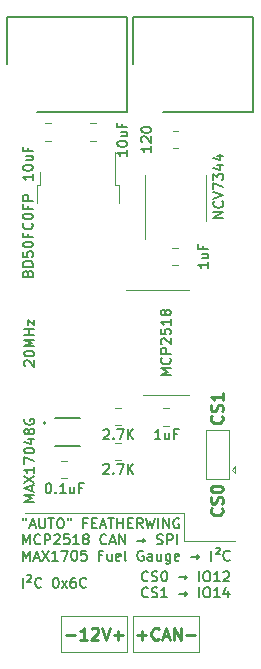
<source format=gbr>
%TF.GenerationSoftware,KiCad,Pcbnew,5.99.0-unknown-fc7f1d1d86~106~ubuntu20.04.1*%
%TF.CreationDate,2021-01-14T14:58:15+11:00*%
%TF.ProjectId,automotive-featherwing,6175746f-6d6f-4746-9976-652d66656174,rev?*%
%TF.SameCoordinates,Original*%
%TF.FileFunction,Legend,Top*%
%TF.FilePolarity,Positive*%
%FSLAX46Y46*%
G04 Gerber Fmt 4.6, Leading zero omitted, Abs format (unit mm)*
G04 Created by KiCad (PCBNEW 5.99.0-unknown-fc7f1d1d86~106~ubuntu20.04.1) date 2021-01-14 14:58:15*
%MOMM*%
%LPD*%
G01*
G04 APERTURE LIST*
%ADD10C,0.120000*%
%ADD11C,0.250000*%
%ADD12C,0.175000*%
%ADD13C,0.200000*%
%ADD14C,0.127000*%
G04 APERTURE END LIST*
D10*
X137668000Y-128016000D02*
X143256000Y-128016000D01*
X143256000Y-128016000D02*
X143256000Y-131064000D01*
X143256000Y-131064000D02*
X137668000Y-131064000D01*
X137668000Y-131064000D02*
X137668000Y-128016000D01*
X148082000Y-121666000D02*
X152400000Y-121666000D01*
X134620000Y-119253000D02*
X148082000Y-119253000D01*
X143764000Y-128016000D02*
X149352000Y-128016000D01*
X149352000Y-128016000D02*
X149352000Y-131064000D01*
X149352000Y-131064000D02*
X143764000Y-131064000D01*
X143764000Y-131064000D02*
X143764000Y-128016000D01*
X148082000Y-119253000D02*
X148082000Y-121666000D01*
D11*
X151233142Y-118843738D02*
X151280761Y-118891357D01*
X151328380Y-119034214D01*
X151328380Y-119129452D01*
X151280761Y-119272309D01*
X151185523Y-119367547D01*
X151090285Y-119415166D01*
X150899809Y-119462785D01*
X150756952Y-119462785D01*
X150566476Y-119415166D01*
X150471238Y-119367547D01*
X150376000Y-119272309D01*
X150328380Y-119129452D01*
X150328380Y-119034214D01*
X150376000Y-118891357D01*
X150423619Y-118843738D01*
X151280761Y-118462785D02*
X151328380Y-118319928D01*
X151328380Y-118081833D01*
X151280761Y-117986595D01*
X151233142Y-117938976D01*
X151137904Y-117891357D01*
X151042666Y-117891357D01*
X150947428Y-117938976D01*
X150899809Y-117986595D01*
X150852190Y-118081833D01*
X150804571Y-118272309D01*
X150756952Y-118367547D01*
X150709333Y-118415166D01*
X150614095Y-118462785D01*
X150518857Y-118462785D01*
X150423619Y-118415166D01*
X150376000Y-118367547D01*
X150328380Y-118272309D01*
X150328380Y-118034214D01*
X150376000Y-117891357D01*
X150328380Y-117272309D02*
X150328380Y-117177071D01*
X150376000Y-117081833D01*
X150423619Y-117034214D01*
X150518857Y-116986595D01*
X150709333Y-116938976D01*
X150947428Y-116938976D01*
X151137904Y-116986595D01*
X151233142Y-117034214D01*
X151280761Y-117081833D01*
X151328380Y-117177071D01*
X151328380Y-117272309D01*
X151280761Y-117367547D01*
X151233142Y-117415166D01*
X151137904Y-117462785D01*
X150947428Y-117510404D01*
X150709333Y-117510404D01*
X150518857Y-117462785D01*
X150423619Y-117415166D01*
X150376000Y-117367547D01*
X150328380Y-117272309D01*
X138081047Y-129611428D02*
X138842952Y-129611428D01*
X139842952Y-129992380D02*
X139271523Y-129992380D01*
X139557238Y-129992380D02*
X139557238Y-128992380D01*
X139462000Y-129135238D01*
X139366761Y-129230476D01*
X139271523Y-129278095D01*
X140223904Y-129087619D02*
X140271523Y-129040000D01*
X140366761Y-128992380D01*
X140604857Y-128992380D01*
X140700095Y-129040000D01*
X140747714Y-129087619D01*
X140795333Y-129182857D01*
X140795333Y-129278095D01*
X140747714Y-129420952D01*
X140176285Y-129992380D01*
X140795333Y-129992380D01*
X141081047Y-128992380D02*
X141414380Y-129992380D01*
X141747714Y-128992380D01*
X142081047Y-129611428D02*
X142842952Y-129611428D01*
X142462000Y-129992380D02*
X142462000Y-129230476D01*
X151233142Y-111041976D02*
X151280761Y-111089595D01*
X151328380Y-111232452D01*
X151328380Y-111327690D01*
X151280761Y-111470547D01*
X151185523Y-111565785D01*
X151090285Y-111613404D01*
X150899809Y-111661023D01*
X150756952Y-111661023D01*
X150566476Y-111613404D01*
X150471238Y-111565785D01*
X150376000Y-111470547D01*
X150328380Y-111327690D01*
X150328380Y-111232452D01*
X150376000Y-111089595D01*
X150423619Y-111041976D01*
X151280761Y-110661023D02*
X151328380Y-110518166D01*
X151328380Y-110280071D01*
X151280761Y-110184833D01*
X151233142Y-110137214D01*
X151137904Y-110089595D01*
X151042666Y-110089595D01*
X150947428Y-110137214D01*
X150899809Y-110184833D01*
X150852190Y-110280071D01*
X150804571Y-110470547D01*
X150756952Y-110565785D01*
X150709333Y-110613404D01*
X150614095Y-110661023D01*
X150518857Y-110661023D01*
X150423619Y-110613404D01*
X150376000Y-110565785D01*
X150328380Y-110470547D01*
X150328380Y-110232452D01*
X150376000Y-110089595D01*
X151328380Y-109137214D02*
X151328380Y-109708642D01*
X151328380Y-109422928D02*
X150328380Y-109422928D01*
X150471238Y-109518166D01*
X150566476Y-109613404D01*
X150614095Y-109708642D01*
D12*
X134428130Y-125606523D02*
X134428130Y-124756523D01*
X134792416Y-124554142D02*
X134873369Y-124513666D01*
X134994797Y-124513666D01*
X135075750Y-124554142D01*
X135116226Y-124635095D01*
X135116226Y-124716047D01*
X135075750Y-124797000D01*
X134792416Y-125080333D01*
X135116226Y-125080333D01*
X135966226Y-125525571D02*
X135925750Y-125566047D01*
X135804321Y-125606523D01*
X135723369Y-125606523D01*
X135601940Y-125566047D01*
X135520988Y-125485095D01*
X135480511Y-125404142D01*
X135440035Y-125242238D01*
X135440035Y-125120809D01*
X135480511Y-124958904D01*
X135520988Y-124877952D01*
X135601940Y-124797000D01*
X135723369Y-124756523D01*
X135804321Y-124756523D01*
X135925750Y-124797000D01*
X135966226Y-124837476D01*
X137140035Y-124756523D02*
X137220988Y-124756523D01*
X137301940Y-124797000D01*
X137342416Y-124837476D01*
X137382892Y-124918428D01*
X137423369Y-125080333D01*
X137423369Y-125282714D01*
X137382892Y-125444619D01*
X137342416Y-125525571D01*
X137301940Y-125566047D01*
X137220988Y-125606523D01*
X137140035Y-125606523D01*
X137059083Y-125566047D01*
X137018607Y-125525571D01*
X136978130Y-125444619D01*
X136937654Y-125282714D01*
X136937654Y-125080333D01*
X136978130Y-124918428D01*
X137018607Y-124837476D01*
X137059083Y-124797000D01*
X137140035Y-124756523D01*
X137706702Y-125606523D02*
X138151940Y-125039857D01*
X137706702Y-125039857D02*
X138151940Y-125606523D01*
X138840035Y-124756523D02*
X138678130Y-124756523D01*
X138597178Y-124797000D01*
X138556702Y-124837476D01*
X138475750Y-124958904D01*
X138435273Y-125120809D01*
X138435273Y-125444619D01*
X138475750Y-125525571D01*
X138516226Y-125566047D01*
X138597178Y-125606523D01*
X138759083Y-125606523D01*
X138840035Y-125566047D01*
X138880511Y-125525571D01*
X138920988Y-125444619D01*
X138920988Y-125242238D01*
X138880511Y-125161285D01*
X138840035Y-125120809D01*
X138759083Y-125080333D01*
X138597178Y-125080333D01*
X138516226Y-125120809D01*
X138475750Y-125161285D01*
X138435273Y-125242238D01*
X139770988Y-125525571D02*
X139730511Y-125566047D01*
X139609083Y-125606523D01*
X139528130Y-125606523D01*
X139406702Y-125566047D01*
X139325750Y-125485095D01*
X139285273Y-125404142D01*
X139244797Y-125242238D01*
X139244797Y-125120809D01*
X139285273Y-124958904D01*
X139325750Y-124877952D01*
X139406702Y-124797000D01*
X139528130Y-124756523D01*
X139609083Y-124756523D01*
X139730511Y-124797000D01*
X139770988Y-124837476D01*
X144989392Y-124968321D02*
X144948916Y-125008797D01*
X144827488Y-125049273D01*
X144746535Y-125049273D01*
X144625107Y-125008797D01*
X144544154Y-124927845D01*
X144503678Y-124846892D01*
X144463202Y-124684988D01*
X144463202Y-124563559D01*
X144503678Y-124401654D01*
X144544154Y-124320702D01*
X144625107Y-124239750D01*
X144746535Y-124199273D01*
X144827488Y-124199273D01*
X144948916Y-124239750D01*
X144989392Y-124280226D01*
X145313202Y-125008797D02*
X145434630Y-125049273D01*
X145637011Y-125049273D01*
X145717964Y-125008797D01*
X145758440Y-124968321D01*
X145798916Y-124887369D01*
X145798916Y-124806416D01*
X145758440Y-124725464D01*
X145717964Y-124684988D01*
X145637011Y-124644511D01*
X145475107Y-124604035D01*
X145394154Y-124563559D01*
X145353678Y-124523083D01*
X145313202Y-124442130D01*
X145313202Y-124361178D01*
X145353678Y-124280226D01*
X145394154Y-124239750D01*
X145475107Y-124199273D01*
X145677488Y-124199273D01*
X145798916Y-124239750D01*
X146325107Y-124199273D02*
X146406059Y-124199273D01*
X146487011Y-124239750D01*
X146527488Y-124280226D01*
X146567964Y-124361178D01*
X146608440Y-124523083D01*
X146608440Y-124725464D01*
X146567964Y-124887369D01*
X146527488Y-124968321D01*
X146487011Y-125008797D01*
X146406059Y-125049273D01*
X146325107Y-125049273D01*
X146244154Y-125008797D01*
X146203678Y-124968321D01*
X146163202Y-124887369D01*
X146122726Y-124725464D01*
X146122726Y-124523083D01*
X146163202Y-124361178D01*
X146203678Y-124280226D01*
X146244154Y-124239750D01*
X146325107Y-124199273D01*
X147620345Y-124725464D02*
X148267964Y-124725464D01*
X148106059Y-124887369D02*
X148267964Y-124725464D01*
X148106059Y-124563559D01*
X149320345Y-125049273D02*
X149320345Y-124199273D01*
X149887011Y-124199273D02*
X150048916Y-124199273D01*
X150129869Y-124239750D01*
X150210821Y-124320702D01*
X150251297Y-124482607D01*
X150251297Y-124765940D01*
X150210821Y-124927845D01*
X150129869Y-125008797D01*
X150048916Y-125049273D01*
X149887011Y-125049273D01*
X149806059Y-125008797D01*
X149725107Y-124927845D01*
X149684630Y-124765940D01*
X149684630Y-124482607D01*
X149725107Y-124320702D01*
X149806059Y-124239750D01*
X149887011Y-124199273D01*
X151060821Y-125049273D02*
X150575107Y-125049273D01*
X150817964Y-125049273D02*
X150817964Y-124199273D01*
X150737011Y-124320702D01*
X150656059Y-124401654D01*
X150575107Y-124442130D01*
X151384630Y-124280226D02*
X151425107Y-124239750D01*
X151506059Y-124199273D01*
X151708440Y-124199273D01*
X151789392Y-124239750D01*
X151829869Y-124280226D01*
X151870345Y-124361178D01*
X151870345Y-124442130D01*
X151829869Y-124563559D01*
X151344154Y-125049273D01*
X151870345Y-125049273D01*
X144989392Y-126336821D02*
X144948916Y-126377297D01*
X144827488Y-126417773D01*
X144746535Y-126417773D01*
X144625107Y-126377297D01*
X144544154Y-126296345D01*
X144503678Y-126215392D01*
X144463202Y-126053488D01*
X144463202Y-125932059D01*
X144503678Y-125770154D01*
X144544154Y-125689202D01*
X144625107Y-125608250D01*
X144746535Y-125567773D01*
X144827488Y-125567773D01*
X144948916Y-125608250D01*
X144989392Y-125648726D01*
X145313202Y-126377297D02*
X145434630Y-126417773D01*
X145637011Y-126417773D01*
X145717964Y-126377297D01*
X145758440Y-126336821D01*
X145798916Y-126255869D01*
X145798916Y-126174916D01*
X145758440Y-126093964D01*
X145717964Y-126053488D01*
X145637011Y-126013011D01*
X145475107Y-125972535D01*
X145394154Y-125932059D01*
X145353678Y-125891583D01*
X145313202Y-125810630D01*
X145313202Y-125729678D01*
X145353678Y-125648726D01*
X145394154Y-125608250D01*
X145475107Y-125567773D01*
X145677488Y-125567773D01*
X145798916Y-125608250D01*
X146608440Y-126417773D02*
X146122726Y-126417773D01*
X146365583Y-126417773D02*
X146365583Y-125567773D01*
X146284630Y-125689202D01*
X146203678Y-125770154D01*
X146122726Y-125810630D01*
X147620345Y-126093964D02*
X148267964Y-126093964D01*
X148106059Y-126255869D02*
X148267964Y-126093964D01*
X148106059Y-125932059D01*
X149320345Y-126417773D02*
X149320345Y-125567773D01*
X149887011Y-125567773D02*
X150048916Y-125567773D01*
X150129869Y-125608250D01*
X150210821Y-125689202D01*
X150251297Y-125851107D01*
X150251297Y-126134440D01*
X150210821Y-126296345D01*
X150129869Y-126377297D01*
X150048916Y-126417773D01*
X149887011Y-126417773D01*
X149806059Y-126377297D01*
X149725107Y-126296345D01*
X149684630Y-126134440D01*
X149684630Y-125851107D01*
X149725107Y-125689202D01*
X149806059Y-125608250D01*
X149887011Y-125567773D01*
X151060821Y-126417773D02*
X150575107Y-126417773D01*
X150817964Y-126417773D02*
X150817964Y-125567773D01*
X150737011Y-125689202D01*
X150656059Y-125770154D01*
X150575107Y-125810630D01*
X151789392Y-125851107D02*
X151789392Y-126417773D01*
X151587011Y-125527297D02*
X151384630Y-126134440D01*
X151910821Y-126134440D01*
X134387654Y-119705023D02*
X134387654Y-119866928D01*
X134711464Y-119705023D02*
X134711464Y-119866928D01*
X135035273Y-120312166D02*
X135440035Y-120312166D01*
X134954321Y-120555023D02*
X135237654Y-119705023D01*
X135520988Y-120555023D01*
X135804321Y-119705023D02*
X135804321Y-120393119D01*
X135844797Y-120474071D01*
X135885273Y-120514547D01*
X135966226Y-120555023D01*
X136128130Y-120555023D01*
X136209083Y-120514547D01*
X136249559Y-120474071D01*
X136290035Y-120393119D01*
X136290035Y-119705023D01*
X136573369Y-119705023D02*
X137059083Y-119705023D01*
X136816226Y-120555023D02*
X136816226Y-119705023D01*
X137504321Y-119705023D02*
X137666226Y-119705023D01*
X137747178Y-119745500D01*
X137828130Y-119826452D01*
X137868607Y-119988357D01*
X137868607Y-120271690D01*
X137828130Y-120433595D01*
X137747178Y-120514547D01*
X137666226Y-120555023D01*
X137504321Y-120555023D01*
X137423369Y-120514547D01*
X137342416Y-120433595D01*
X137301940Y-120271690D01*
X137301940Y-119988357D01*
X137342416Y-119826452D01*
X137423369Y-119745500D01*
X137504321Y-119705023D01*
X138192416Y-119705023D02*
X138192416Y-119866928D01*
X138516226Y-119705023D02*
X138516226Y-119866928D01*
X139811464Y-120109785D02*
X139528130Y-120109785D01*
X139528130Y-120555023D02*
X139528130Y-119705023D01*
X139932892Y-119705023D01*
X140256702Y-120109785D02*
X140540035Y-120109785D01*
X140661464Y-120555023D02*
X140256702Y-120555023D01*
X140256702Y-119705023D01*
X140661464Y-119705023D01*
X140985273Y-120312166D02*
X141390035Y-120312166D01*
X140904321Y-120555023D02*
X141187654Y-119705023D01*
X141470988Y-120555023D01*
X141632892Y-119705023D02*
X142118607Y-119705023D01*
X141875750Y-120555023D02*
X141875750Y-119705023D01*
X142401940Y-120555023D02*
X142401940Y-119705023D01*
X142401940Y-120109785D02*
X142887654Y-120109785D01*
X142887654Y-120555023D02*
X142887654Y-119705023D01*
X143292416Y-120109785D02*
X143575750Y-120109785D01*
X143697178Y-120555023D02*
X143292416Y-120555023D01*
X143292416Y-119705023D01*
X143697178Y-119705023D01*
X144547178Y-120555023D02*
X144263845Y-120150261D01*
X144061464Y-120555023D02*
X144061464Y-119705023D01*
X144385273Y-119705023D01*
X144466226Y-119745500D01*
X144506702Y-119785976D01*
X144547178Y-119866928D01*
X144547178Y-119988357D01*
X144506702Y-120069309D01*
X144466226Y-120109785D01*
X144385273Y-120150261D01*
X144061464Y-120150261D01*
X144830511Y-119705023D02*
X145032892Y-120555023D01*
X145194797Y-119947880D01*
X145356702Y-120555023D01*
X145559083Y-119705023D01*
X145882892Y-120555023D02*
X145882892Y-119705023D01*
X146287654Y-120555023D02*
X146287654Y-119705023D01*
X146773369Y-120555023D01*
X146773369Y-119705023D01*
X147623369Y-119745500D02*
X147542416Y-119705023D01*
X147420988Y-119705023D01*
X147299559Y-119745500D01*
X147218607Y-119826452D01*
X147178130Y-119907404D01*
X147137654Y-120069309D01*
X147137654Y-120190738D01*
X147178130Y-120352642D01*
X147218607Y-120433595D01*
X147299559Y-120514547D01*
X147420988Y-120555023D01*
X147501940Y-120555023D01*
X147623369Y-120514547D01*
X147663845Y-120474071D01*
X147663845Y-120190738D01*
X147501940Y-120190738D01*
X134428130Y-121923523D02*
X134428130Y-121073523D01*
X134711464Y-121680666D01*
X134994797Y-121073523D01*
X134994797Y-121923523D01*
X135885273Y-121842571D02*
X135844797Y-121883047D01*
X135723369Y-121923523D01*
X135642416Y-121923523D01*
X135520988Y-121883047D01*
X135440035Y-121802095D01*
X135399559Y-121721142D01*
X135359083Y-121559238D01*
X135359083Y-121437809D01*
X135399559Y-121275904D01*
X135440035Y-121194952D01*
X135520988Y-121114000D01*
X135642416Y-121073523D01*
X135723369Y-121073523D01*
X135844797Y-121114000D01*
X135885273Y-121154476D01*
X136249559Y-121923523D02*
X136249559Y-121073523D01*
X136573369Y-121073523D01*
X136654321Y-121114000D01*
X136694797Y-121154476D01*
X136735273Y-121235428D01*
X136735273Y-121356857D01*
X136694797Y-121437809D01*
X136654321Y-121478285D01*
X136573369Y-121518761D01*
X136249559Y-121518761D01*
X137059083Y-121154476D02*
X137099559Y-121114000D01*
X137180511Y-121073523D01*
X137382892Y-121073523D01*
X137463845Y-121114000D01*
X137504321Y-121154476D01*
X137544797Y-121235428D01*
X137544797Y-121316380D01*
X137504321Y-121437809D01*
X137018607Y-121923523D01*
X137544797Y-121923523D01*
X138313845Y-121073523D02*
X137909083Y-121073523D01*
X137868607Y-121478285D01*
X137909083Y-121437809D01*
X137990035Y-121397333D01*
X138192416Y-121397333D01*
X138273369Y-121437809D01*
X138313845Y-121478285D01*
X138354321Y-121559238D01*
X138354321Y-121761619D01*
X138313845Y-121842571D01*
X138273369Y-121883047D01*
X138192416Y-121923523D01*
X137990035Y-121923523D01*
X137909083Y-121883047D01*
X137868607Y-121842571D01*
X139163845Y-121923523D02*
X138678130Y-121923523D01*
X138920988Y-121923523D02*
X138920988Y-121073523D01*
X138840035Y-121194952D01*
X138759083Y-121275904D01*
X138678130Y-121316380D01*
X139649559Y-121437809D02*
X139568607Y-121397333D01*
X139528130Y-121356857D01*
X139487654Y-121275904D01*
X139487654Y-121235428D01*
X139528130Y-121154476D01*
X139568607Y-121114000D01*
X139649559Y-121073523D01*
X139811464Y-121073523D01*
X139892416Y-121114000D01*
X139932892Y-121154476D01*
X139973369Y-121235428D01*
X139973369Y-121275904D01*
X139932892Y-121356857D01*
X139892416Y-121397333D01*
X139811464Y-121437809D01*
X139649559Y-121437809D01*
X139568607Y-121478285D01*
X139528130Y-121518761D01*
X139487654Y-121599714D01*
X139487654Y-121761619D01*
X139528130Y-121842571D01*
X139568607Y-121883047D01*
X139649559Y-121923523D01*
X139811464Y-121923523D01*
X139892416Y-121883047D01*
X139932892Y-121842571D01*
X139973369Y-121761619D01*
X139973369Y-121599714D01*
X139932892Y-121518761D01*
X139892416Y-121478285D01*
X139811464Y-121437809D01*
X141470988Y-121842571D02*
X141430511Y-121883047D01*
X141309083Y-121923523D01*
X141228130Y-121923523D01*
X141106702Y-121883047D01*
X141025750Y-121802095D01*
X140985273Y-121721142D01*
X140944797Y-121559238D01*
X140944797Y-121437809D01*
X140985273Y-121275904D01*
X141025750Y-121194952D01*
X141106702Y-121114000D01*
X141228130Y-121073523D01*
X141309083Y-121073523D01*
X141430511Y-121114000D01*
X141470988Y-121154476D01*
X141794797Y-121680666D02*
X142199559Y-121680666D01*
X141713845Y-121923523D02*
X141997178Y-121073523D01*
X142280511Y-121923523D01*
X142563845Y-121923523D02*
X142563845Y-121073523D01*
X143049559Y-121923523D01*
X143049559Y-121073523D01*
X144101940Y-121599714D02*
X144749559Y-121599714D01*
X144587654Y-121761619D02*
X144749559Y-121599714D01*
X144587654Y-121437809D01*
X145761464Y-121883047D02*
X145882892Y-121923523D01*
X146085273Y-121923523D01*
X146166226Y-121883047D01*
X146206702Y-121842571D01*
X146247178Y-121761619D01*
X146247178Y-121680666D01*
X146206702Y-121599714D01*
X146166226Y-121559238D01*
X146085273Y-121518761D01*
X145923369Y-121478285D01*
X145842416Y-121437809D01*
X145801940Y-121397333D01*
X145761464Y-121316380D01*
X145761464Y-121235428D01*
X145801940Y-121154476D01*
X145842416Y-121114000D01*
X145923369Y-121073523D01*
X146125750Y-121073523D01*
X146247178Y-121114000D01*
X146611464Y-121923523D02*
X146611464Y-121073523D01*
X146935273Y-121073523D01*
X147016226Y-121114000D01*
X147056702Y-121154476D01*
X147097178Y-121235428D01*
X147097178Y-121356857D01*
X147056702Y-121437809D01*
X147016226Y-121478285D01*
X146935273Y-121518761D01*
X146611464Y-121518761D01*
X147461464Y-121923523D02*
X147461464Y-121073523D01*
X134428130Y-123292023D02*
X134428130Y-122442023D01*
X134711464Y-123049166D01*
X134994797Y-122442023D01*
X134994797Y-123292023D01*
X135359083Y-123049166D02*
X135763845Y-123049166D01*
X135278130Y-123292023D02*
X135561464Y-122442023D01*
X135844797Y-123292023D01*
X136047178Y-122442023D02*
X136613845Y-123292023D01*
X136613845Y-122442023D02*
X136047178Y-123292023D01*
X137382892Y-123292023D02*
X136897178Y-123292023D01*
X137140035Y-123292023D02*
X137140035Y-122442023D01*
X137059083Y-122563452D01*
X136978130Y-122644404D01*
X136897178Y-122684880D01*
X137666226Y-122442023D02*
X138232892Y-122442023D01*
X137868607Y-123292023D01*
X138718607Y-122442023D02*
X138799559Y-122442023D01*
X138880511Y-122482500D01*
X138920988Y-122522976D01*
X138961464Y-122603928D01*
X139001940Y-122765833D01*
X139001940Y-122968214D01*
X138961464Y-123130119D01*
X138920988Y-123211071D01*
X138880511Y-123251547D01*
X138799559Y-123292023D01*
X138718607Y-123292023D01*
X138637654Y-123251547D01*
X138597178Y-123211071D01*
X138556702Y-123130119D01*
X138516226Y-122968214D01*
X138516226Y-122765833D01*
X138556702Y-122603928D01*
X138597178Y-122522976D01*
X138637654Y-122482500D01*
X138718607Y-122442023D01*
X139770988Y-122442023D02*
X139366226Y-122442023D01*
X139325750Y-122846785D01*
X139366226Y-122806309D01*
X139447178Y-122765833D01*
X139649559Y-122765833D01*
X139730511Y-122806309D01*
X139770988Y-122846785D01*
X139811464Y-122927738D01*
X139811464Y-123130119D01*
X139770988Y-123211071D01*
X139730511Y-123251547D01*
X139649559Y-123292023D01*
X139447178Y-123292023D01*
X139366226Y-123251547D01*
X139325750Y-123211071D01*
X141106702Y-122846785D02*
X140823369Y-122846785D01*
X140823369Y-123292023D02*
X140823369Y-122442023D01*
X141228130Y-122442023D01*
X141916226Y-122725357D02*
X141916226Y-123292023D01*
X141551940Y-122725357D02*
X141551940Y-123170595D01*
X141592416Y-123251547D01*
X141673369Y-123292023D01*
X141794797Y-123292023D01*
X141875750Y-123251547D01*
X141916226Y-123211071D01*
X142644797Y-123251547D02*
X142563845Y-123292023D01*
X142401940Y-123292023D01*
X142320988Y-123251547D01*
X142280511Y-123170595D01*
X142280511Y-122846785D01*
X142320988Y-122765833D01*
X142401940Y-122725357D01*
X142563845Y-122725357D01*
X142644797Y-122765833D01*
X142685273Y-122846785D01*
X142685273Y-122927738D01*
X142280511Y-123008690D01*
X143170988Y-123292023D02*
X143090035Y-123251547D01*
X143049559Y-123170595D01*
X143049559Y-122442023D01*
X144587654Y-122482500D02*
X144506702Y-122442023D01*
X144385273Y-122442023D01*
X144263845Y-122482500D01*
X144182892Y-122563452D01*
X144142416Y-122644404D01*
X144101940Y-122806309D01*
X144101940Y-122927738D01*
X144142416Y-123089642D01*
X144182892Y-123170595D01*
X144263845Y-123251547D01*
X144385273Y-123292023D01*
X144466226Y-123292023D01*
X144587654Y-123251547D01*
X144628130Y-123211071D01*
X144628130Y-122927738D01*
X144466226Y-122927738D01*
X145356702Y-123292023D02*
X145356702Y-122846785D01*
X145316226Y-122765833D01*
X145235273Y-122725357D01*
X145073369Y-122725357D01*
X144992416Y-122765833D01*
X145356702Y-123251547D02*
X145275750Y-123292023D01*
X145073369Y-123292023D01*
X144992416Y-123251547D01*
X144951940Y-123170595D01*
X144951940Y-123089642D01*
X144992416Y-123008690D01*
X145073369Y-122968214D01*
X145275750Y-122968214D01*
X145356702Y-122927738D01*
X146125750Y-122725357D02*
X146125750Y-123292023D01*
X145761464Y-122725357D02*
X145761464Y-123170595D01*
X145801940Y-123251547D01*
X145882892Y-123292023D01*
X146004321Y-123292023D01*
X146085273Y-123251547D01*
X146125750Y-123211071D01*
X146894797Y-122725357D02*
X146894797Y-123413452D01*
X146854321Y-123494404D01*
X146813845Y-123534880D01*
X146732892Y-123575357D01*
X146611464Y-123575357D01*
X146530511Y-123534880D01*
X146894797Y-123251547D02*
X146813845Y-123292023D01*
X146651940Y-123292023D01*
X146570988Y-123251547D01*
X146530511Y-123211071D01*
X146490035Y-123130119D01*
X146490035Y-122887261D01*
X146530511Y-122806309D01*
X146570988Y-122765833D01*
X146651940Y-122725357D01*
X146813845Y-122725357D01*
X146894797Y-122765833D01*
X147623369Y-123251547D02*
X147542416Y-123292023D01*
X147380511Y-123292023D01*
X147299559Y-123251547D01*
X147259083Y-123170595D01*
X147259083Y-122846785D01*
X147299559Y-122765833D01*
X147380511Y-122725357D01*
X147542416Y-122725357D01*
X147623369Y-122765833D01*
X147663845Y-122846785D01*
X147663845Y-122927738D01*
X147259083Y-123008690D01*
X148675750Y-122968214D02*
X149323369Y-122968214D01*
X149161464Y-123130119D02*
X149323369Y-122968214D01*
X149161464Y-122806309D01*
X150375750Y-123292023D02*
X150375750Y-122442023D01*
X150740035Y-122239642D02*
X150820988Y-122199166D01*
X150942416Y-122199166D01*
X151023369Y-122239642D01*
X151063845Y-122320595D01*
X151063845Y-122401547D01*
X151023369Y-122482500D01*
X150740035Y-122765833D01*
X151063845Y-122765833D01*
X151913845Y-123211071D02*
X151873369Y-123251547D01*
X151751940Y-123292023D01*
X151670988Y-123292023D01*
X151549559Y-123251547D01*
X151468607Y-123170595D01*
X151428130Y-123089642D01*
X151387654Y-122927738D01*
X151387654Y-122806309D01*
X151428130Y-122644404D01*
X151468607Y-122563452D01*
X151549559Y-122482500D01*
X151670988Y-122442023D01*
X151751940Y-122442023D01*
X151873369Y-122482500D01*
X151913845Y-122522976D01*
D11*
X144105619Y-129611428D02*
X144867523Y-129611428D01*
X144486571Y-129992380D02*
X144486571Y-129230476D01*
X145915142Y-129897142D02*
X145867523Y-129944761D01*
X145724666Y-129992380D01*
X145629428Y-129992380D01*
X145486571Y-129944761D01*
X145391333Y-129849523D01*
X145343714Y-129754285D01*
X145296095Y-129563809D01*
X145296095Y-129420952D01*
X145343714Y-129230476D01*
X145391333Y-129135238D01*
X145486571Y-129040000D01*
X145629428Y-128992380D01*
X145724666Y-128992380D01*
X145867523Y-129040000D01*
X145915142Y-129087619D01*
X146296095Y-129706666D02*
X146772285Y-129706666D01*
X146200857Y-129992380D02*
X146534190Y-128992380D01*
X146867523Y-129992380D01*
X147200857Y-129992380D02*
X147200857Y-128992380D01*
X147772285Y-129992380D01*
X147772285Y-128992380D01*
X148248476Y-129611428D02*
X149010380Y-129611428D01*
D12*
%TO.C,IC1*%
X134813285Y-98968535D02*
X134853761Y-98847107D01*
X134894238Y-98806630D01*
X134975190Y-98766154D01*
X135096619Y-98766154D01*
X135177571Y-98806630D01*
X135218047Y-98847107D01*
X135258523Y-98928059D01*
X135258523Y-99251869D01*
X134408523Y-99251869D01*
X134408523Y-98968535D01*
X134449000Y-98887583D01*
X134489476Y-98847107D01*
X134570428Y-98806630D01*
X134651380Y-98806630D01*
X134732333Y-98847107D01*
X134772809Y-98887583D01*
X134813285Y-98968535D01*
X134813285Y-99251869D01*
X135258523Y-98401869D02*
X134408523Y-98401869D01*
X134408523Y-98199488D01*
X134449000Y-98078059D01*
X134529952Y-97997107D01*
X134610904Y-97956630D01*
X134772809Y-97916154D01*
X134894238Y-97916154D01*
X135056142Y-97956630D01*
X135137095Y-97997107D01*
X135218047Y-98078059D01*
X135258523Y-98199488D01*
X135258523Y-98401869D01*
X134408523Y-97147107D02*
X134408523Y-97551869D01*
X134813285Y-97592345D01*
X134772809Y-97551869D01*
X134732333Y-97470916D01*
X134732333Y-97268535D01*
X134772809Y-97187583D01*
X134813285Y-97147107D01*
X134894238Y-97106630D01*
X135096619Y-97106630D01*
X135177571Y-97147107D01*
X135218047Y-97187583D01*
X135258523Y-97268535D01*
X135258523Y-97470916D01*
X135218047Y-97551869D01*
X135177571Y-97592345D01*
X134408523Y-96580440D02*
X134408523Y-96499488D01*
X134449000Y-96418535D01*
X134489476Y-96378059D01*
X134570428Y-96337583D01*
X134732333Y-96297107D01*
X134934714Y-96297107D01*
X135096619Y-96337583D01*
X135177571Y-96378059D01*
X135218047Y-96418535D01*
X135258523Y-96499488D01*
X135258523Y-96580440D01*
X135218047Y-96661392D01*
X135177571Y-96701869D01*
X135096619Y-96742345D01*
X134934714Y-96782821D01*
X134732333Y-96782821D01*
X134570428Y-96742345D01*
X134489476Y-96701869D01*
X134449000Y-96661392D01*
X134408523Y-96580440D01*
X134813285Y-95649488D02*
X134813285Y-95932821D01*
X135258523Y-95932821D02*
X134408523Y-95932821D01*
X134408523Y-95528059D01*
X135177571Y-94718535D02*
X135218047Y-94759011D01*
X135258523Y-94880440D01*
X135258523Y-94961392D01*
X135218047Y-95082821D01*
X135137095Y-95163773D01*
X135056142Y-95204250D01*
X134894238Y-95244726D01*
X134772809Y-95244726D01*
X134610904Y-95204250D01*
X134529952Y-95163773D01*
X134449000Y-95082821D01*
X134408523Y-94961392D01*
X134408523Y-94880440D01*
X134449000Y-94759011D01*
X134489476Y-94718535D01*
X134408523Y-94192345D02*
X134408523Y-94111392D01*
X134449000Y-94030440D01*
X134489476Y-93989964D01*
X134570428Y-93949488D01*
X134732333Y-93909011D01*
X134934714Y-93909011D01*
X135096619Y-93949488D01*
X135177571Y-93989964D01*
X135218047Y-94030440D01*
X135258523Y-94111392D01*
X135258523Y-94192345D01*
X135218047Y-94273297D01*
X135177571Y-94313773D01*
X135096619Y-94354250D01*
X134934714Y-94394726D01*
X134732333Y-94394726D01*
X134570428Y-94354250D01*
X134489476Y-94313773D01*
X134449000Y-94273297D01*
X134408523Y-94192345D01*
X134813285Y-93261392D02*
X134813285Y-93544726D01*
X135258523Y-93544726D02*
X134408523Y-93544726D01*
X134408523Y-93139964D01*
X135258523Y-92816154D02*
X134408523Y-92816154D01*
X134408523Y-92492345D01*
X134449000Y-92411392D01*
X134489476Y-92370916D01*
X134570428Y-92330440D01*
X134691857Y-92330440D01*
X134772809Y-92370916D01*
X134813285Y-92411392D01*
X134853761Y-92492345D01*
X134853761Y-92816154D01*
%TO.C,C3*%
X135258523Y-90593797D02*
X135258523Y-91079511D01*
X135258523Y-90836654D02*
X134408523Y-90836654D01*
X134529952Y-90917607D01*
X134610904Y-90998559D01*
X134651380Y-91079511D01*
X134408523Y-90067607D02*
X134408523Y-89986654D01*
X134449000Y-89905702D01*
X134489476Y-89865226D01*
X134570428Y-89824750D01*
X134732333Y-89784273D01*
X134934714Y-89784273D01*
X135096619Y-89824750D01*
X135177571Y-89865226D01*
X135218047Y-89905702D01*
X135258523Y-89986654D01*
X135258523Y-90067607D01*
X135218047Y-90148559D01*
X135177571Y-90189035D01*
X135096619Y-90229511D01*
X134934714Y-90269988D01*
X134732333Y-90269988D01*
X134570428Y-90229511D01*
X134489476Y-90189035D01*
X134449000Y-90148559D01*
X134408523Y-90067607D01*
X134691857Y-89055702D02*
X135258523Y-89055702D01*
X134691857Y-89419988D02*
X135137095Y-89419988D01*
X135218047Y-89379511D01*
X135258523Y-89298559D01*
X135258523Y-89177130D01*
X135218047Y-89096178D01*
X135177571Y-89055702D01*
X134813285Y-88367607D02*
X134813285Y-88650940D01*
X135258523Y-88650940D02*
X134408523Y-88650940D01*
X134408523Y-88246178D01*
%TO.C,C5*%
X150117523Y-98041952D02*
X150117523Y-98527666D01*
X150117523Y-98284809D02*
X149267523Y-98284809D01*
X149388952Y-98365761D01*
X149469904Y-98446714D01*
X149510380Y-98527666D01*
X149550857Y-97313380D02*
X150117523Y-97313380D01*
X149550857Y-97677666D02*
X149996095Y-97677666D01*
X150077047Y-97637190D01*
X150117523Y-97556238D01*
X150117523Y-97434809D01*
X150077047Y-97353857D01*
X150036571Y-97313380D01*
X149672285Y-96625285D02*
X149672285Y-96908619D01*
X150117523Y-96908619D02*
X149267523Y-96908619D01*
X149267523Y-96503857D01*
%TO.C,R1*%
X145291523Y-88196666D02*
X145291523Y-88682380D01*
X145291523Y-88439523D02*
X144441523Y-88439523D01*
X144562952Y-88520476D01*
X144643904Y-88601428D01*
X144684380Y-88682380D01*
X144522476Y-87872857D02*
X144482000Y-87832380D01*
X144441523Y-87751428D01*
X144441523Y-87549047D01*
X144482000Y-87468095D01*
X144522476Y-87427619D01*
X144603428Y-87387142D01*
X144684380Y-87387142D01*
X144805809Y-87427619D01*
X145291523Y-87913333D01*
X145291523Y-87387142D01*
X144441523Y-86860952D02*
X144441523Y-86780000D01*
X144482000Y-86699047D01*
X144522476Y-86658571D01*
X144603428Y-86618095D01*
X144765333Y-86577619D01*
X144967714Y-86577619D01*
X145129619Y-86618095D01*
X145210571Y-86658571D01*
X145251047Y-86699047D01*
X145291523Y-86780000D01*
X145291523Y-86860952D01*
X145251047Y-86941904D01*
X145210571Y-86982380D01*
X145129619Y-87022857D01*
X144967714Y-87063333D01*
X144765333Y-87063333D01*
X144603428Y-87022857D01*
X144522476Y-86982380D01*
X144482000Y-86941904D01*
X144441523Y-86860952D01*
%TO.C,C2*%
X143259523Y-88561797D02*
X143259523Y-89047511D01*
X143259523Y-88804654D02*
X142409523Y-88804654D01*
X142530952Y-88885607D01*
X142611904Y-88966559D01*
X142652380Y-89047511D01*
X142409523Y-88035607D02*
X142409523Y-87954654D01*
X142450000Y-87873702D01*
X142490476Y-87833226D01*
X142571428Y-87792750D01*
X142733333Y-87752273D01*
X142935714Y-87752273D01*
X143097619Y-87792750D01*
X143178571Y-87833226D01*
X143219047Y-87873702D01*
X143259523Y-87954654D01*
X143259523Y-88035607D01*
X143219047Y-88116559D01*
X143178571Y-88157035D01*
X143097619Y-88197511D01*
X142935714Y-88237988D01*
X142733333Y-88237988D01*
X142571428Y-88197511D01*
X142490476Y-88157035D01*
X142450000Y-88116559D01*
X142409523Y-88035607D01*
X142692857Y-87023702D02*
X143259523Y-87023702D01*
X142692857Y-87387988D02*
X143138095Y-87387988D01*
X143219047Y-87347511D01*
X143259523Y-87266559D01*
X143259523Y-87145130D01*
X143219047Y-87064178D01*
X143178571Y-87023702D01*
X142814285Y-86335607D02*
X142814285Y-86618940D01*
X143259523Y-86618940D02*
X142409523Y-86618940D01*
X142409523Y-86214178D01*
%TO.C,C1*%
X136525571Y-116755523D02*
X136606523Y-116755523D01*
X136687476Y-116796000D01*
X136727952Y-116836476D01*
X136768428Y-116917428D01*
X136808904Y-117079333D01*
X136808904Y-117281714D01*
X136768428Y-117443619D01*
X136727952Y-117524571D01*
X136687476Y-117565047D01*
X136606523Y-117605523D01*
X136525571Y-117605523D01*
X136444619Y-117565047D01*
X136404142Y-117524571D01*
X136363666Y-117443619D01*
X136323190Y-117281714D01*
X136323190Y-117079333D01*
X136363666Y-116917428D01*
X136404142Y-116836476D01*
X136444619Y-116796000D01*
X136525571Y-116755523D01*
X137173190Y-117524571D02*
X137213666Y-117565047D01*
X137173190Y-117605523D01*
X137132714Y-117565047D01*
X137173190Y-117524571D01*
X137173190Y-117605523D01*
X138023190Y-117605523D02*
X137537476Y-117605523D01*
X137780333Y-117605523D02*
X137780333Y-116755523D01*
X137699380Y-116876952D01*
X137618428Y-116957904D01*
X137537476Y-116998380D01*
X138751761Y-117038857D02*
X138751761Y-117605523D01*
X138387476Y-117038857D02*
X138387476Y-117484095D01*
X138427952Y-117565047D01*
X138508904Y-117605523D01*
X138630333Y-117605523D01*
X138711285Y-117565047D01*
X138751761Y-117524571D01*
X139439857Y-117160285D02*
X139156523Y-117160285D01*
X139156523Y-117605523D02*
X139156523Y-116755523D01*
X139561285Y-116755523D01*
%TO.C,*%
%TO.C,C4*%
X146052047Y-113033523D02*
X145566333Y-113033523D01*
X145809190Y-113033523D02*
X145809190Y-112183523D01*
X145728238Y-112304952D01*
X145647285Y-112385904D01*
X145566333Y-112426380D01*
X146780619Y-112466857D02*
X146780619Y-113033523D01*
X146416333Y-112466857D02*
X146416333Y-112912095D01*
X146456809Y-112993047D01*
X146537761Y-113033523D01*
X146659190Y-113033523D01*
X146740142Y-112993047D01*
X146780619Y-112952571D01*
X147468714Y-112588285D02*
X147185380Y-112588285D01*
X147185380Y-113033523D02*
X147185380Y-112183523D01*
X147590142Y-112183523D01*
%TO.C,R2*%
X141219000Y-115185476D02*
X141259476Y-115145000D01*
X141340428Y-115104523D01*
X141542809Y-115104523D01*
X141623761Y-115145000D01*
X141664238Y-115185476D01*
X141704714Y-115266428D01*
X141704714Y-115347380D01*
X141664238Y-115468809D01*
X141178523Y-115954523D01*
X141704714Y-115954523D01*
X142069000Y-115873571D02*
X142109476Y-115914047D01*
X142069000Y-115954523D01*
X142028523Y-115914047D01*
X142069000Y-115873571D01*
X142069000Y-115954523D01*
X142392809Y-115104523D02*
X142959476Y-115104523D01*
X142595190Y-115954523D01*
X143283285Y-115954523D02*
X143283285Y-115104523D01*
X143769000Y-115954523D02*
X143404714Y-115468809D01*
X143769000Y-115104523D02*
X143283285Y-115590238D01*
%TO.C,X2*%
X134616476Y-106824619D02*
X134576000Y-106784142D01*
X134535523Y-106703190D01*
X134535523Y-106500809D01*
X134576000Y-106419857D01*
X134616476Y-106379380D01*
X134697428Y-106338904D01*
X134778380Y-106338904D01*
X134899809Y-106379380D01*
X135385523Y-106865095D01*
X135385523Y-106338904D01*
X134535523Y-105812714D02*
X134535523Y-105731761D01*
X134576000Y-105650809D01*
X134616476Y-105610333D01*
X134697428Y-105569857D01*
X134859333Y-105529380D01*
X135061714Y-105529380D01*
X135223619Y-105569857D01*
X135304571Y-105610333D01*
X135345047Y-105650809D01*
X135385523Y-105731761D01*
X135385523Y-105812714D01*
X135345047Y-105893666D01*
X135304571Y-105934142D01*
X135223619Y-105974619D01*
X135061714Y-106015095D01*
X134859333Y-106015095D01*
X134697428Y-105974619D01*
X134616476Y-105934142D01*
X134576000Y-105893666D01*
X134535523Y-105812714D01*
X135385523Y-105165095D02*
X134535523Y-105165095D01*
X135142666Y-104881761D01*
X134535523Y-104598428D01*
X135385523Y-104598428D01*
X135385523Y-104193666D02*
X134535523Y-104193666D01*
X134940285Y-104193666D02*
X134940285Y-103707952D01*
X135385523Y-103707952D02*
X134535523Y-103707952D01*
X134818857Y-103384142D02*
X134818857Y-102938904D01*
X135385523Y-103384142D01*
X135385523Y-102938904D01*
%TO.C,R3*%
X141219000Y-112264476D02*
X141259476Y-112224000D01*
X141340428Y-112183523D01*
X141542809Y-112183523D01*
X141623761Y-112224000D01*
X141664238Y-112264476D01*
X141704714Y-112345428D01*
X141704714Y-112426380D01*
X141664238Y-112547809D01*
X141178523Y-113033523D01*
X141704714Y-113033523D01*
X142069000Y-112952571D02*
X142109476Y-112993047D01*
X142069000Y-113033523D01*
X142028523Y-112993047D01*
X142069000Y-112952571D01*
X142069000Y-113033523D01*
X142392809Y-112183523D02*
X142959476Y-112183523D01*
X142595190Y-113033523D01*
X143283285Y-113033523D02*
X143283285Y-112183523D01*
X143769000Y-113033523D02*
X143404714Y-112547809D01*
X143769000Y-112183523D02*
X143283285Y-112669238D01*
%TO.C,U2*%
X146942523Y-107589380D02*
X146092523Y-107589380D01*
X146699666Y-107306047D01*
X146092523Y-107022714D01*
X146942523Y-107022714D01*
X146861571Y-106132238D02*
X146902047Y-106172714D01*
X146942523Y-106294142D01*
X146942523Y-106375095D01*
X146902047Y-106496523D01*
X146821095Y-106577476D01*
X146740142Y-106617952D01*
X146578238Y-106658428D01*
X146456809Y-106658428D01*
X146294904Y-106617952D01*
X146213952Y-106577476D01*
X146133000Y-106496523D01*
X146092523Y-106375095D01*
X146092523Y-106294142D01*
X146133000Y-106172714D01*
X146173476Y-106132238D01*
X146942523Y-105767952D02*
X146092523Y-105767952D01*
X146092523Y-105444142D01*
X146133000Y-105363190D01*
X146173476Y-105322714D01*
X146254428Y-105282238D01*
X146375857Y-105282238D01*
X146456809Y-105322714D01*
X146497285Y-105363190D01*
X146537761Y-105444142D01*
X146537761Y-105767952D01*
X146173476Y-104958428D02*
X146133000Y-104917952D01*
X146092523Y-104837000D01*
X146092523Y-104634619D01*
X146133000Y-104553666D01*
X146173476Y-104513190D01*
X146254428Y-104472714D01*
X146335380Y-104472714D01*
X146456809Y-104513190D01*
X146942523Y-104998904D01*
X146942523Y-104472714D01*
X146092523Y-103703666D02*
X146092523Y-104108428D01*
X146497285Y-104148904D01*
X146456809Y-104108428D01*
X146416333Y-104027476D01*
X146416333Y-103825095D01*
X146456809Y-103744142D01*
X146497285Y-103703666D01*
X146578238Y-103663190D01*
X146780619Y-103663190D01*
X146861571Y-103703666D01*
X146902047Y-103744142D01*
X146942523Y-103825095D01*
X146942523Y-104027476D01*
X146902047Y-104108428D01*
X146861571Y-104148904D01*
X146942523Y-102853666D02*
X146942523Y-103339380D01*
X146942523Y-103096523D02*
X146092523Y-103096523D01*
X146213952Y-103177476D01*
X146294904Y-103258428D01*
X146335380Y-103339380D01*
X146456809Y-102367952D02*
X146416333Y-102448904D01*
X146375857Y-102489380D01*
X146294904Y-102529857D01*
X146254428Y-102529857D01*
X146173476Y-102489380D01*
X146133000Y-102448904D01*
X146092523Y-102367952D01*
X146092523Y-102206047D01*
X146133000Y-102125095D01*
X146173476Y-102084619D01*
X146254428Y-102044142D01*
X146294904Y-102044142D01*
X146375857Y-102084619D01*
X146416333Y-102125095D01*
X146456809Y-102206047D01*
X146456809Y-102367952D01*
X146497285Y-102448904D01*
X146537761Y-102489380D01*
X146618714Y-102529857D01*
X146780619Y-102529857D01*
X146861571Y-102489380D01*
X146902047Y-102448904D01*
X146942523Y-102367952D01*
X146942523Y-102206047D01*
X146902047Y-102125095D01*
X146861571Y-102084619D01*
X146780619Y-102044142D01*
X146618714Y-102044142D01*
X146537761Y-102084619D01*
X146497285Y-102125095D01*
X146456809Y-102206047D01*
%TO.C,IC2*%
X151387523Y-94264511D02*
X150537523Y-94264511D01*
X151387523Y-93778797D01*
X150537523Y-93778797D01*
X151306571Y-92888321D02*
X151347047Y-92928797D01*
X151387523Y-93050226D01*
X151387523Y-93131178D01*
X151347047Y-93252607D01*
X151266095Y-93333559D01*
X151185142Y-93374035D01*
X151023238Y-93414511D01*
X150901809Y-93414511D01*
X150739904Y-93374035D01*
X150658952Y-93333559D01*
X150578000Y-93252607D01*
X150537523Y-93131178D01*
X150537523Y-93050226D01*
X150578000Y-92928797D01*
X150618476Y-92888321D01*
X150537523Y-92645464D02*
X151387523Y-92362130D01*
X150537523Y-92078797D01*
X150537523Y-91876416D02*
X150537523Y-91309750D01*
X151387523Y-91674035D01*
X150537523Y-91066892D02*
X150537523Y-90540702D01*
X150861333Y-90824035D01*
X150861333Y-90702607D01*
X150901809Y-90621654D01*
X150942285Y-90581178D01*
X151023238Y-90540702D01*
X151225619Y-90540702D01*
X151306571Y-90581178D01*
X151347047Y-90621654D01*
X151387523Y-90702607D01*
X151387523Y-90945464D01*
X151347047Y-91026416D01*
X151306571Y-91066892D01*
X150820857Y-89812130D02*
X151387523Y-89812130D01*
X150497047Y-90014511D02*
X151104190Y-90216892D01*
X151104190Y-89690702D01*
X150820857Y-89002607D02*
X151387523Y-89002607D01*
X150497047Y-89204988D02*
X151104190Y-89407369D01*
X151104190Y-88881178D01*
%TO.C,U1*%
X135385523Y-118316511D02*
X134535523Y-118316511D01*
X135142666Y-118033178D01*
X134535523Y-117749845D01*
X135385523Y-117749845D01*
X135142666Y-117385559D02*
X135142666Y-116980797D01*
X135385523Y-117466511D02*
X134535523Y-117183178D01*
X135385523Y-116899845D01*
X134535523Y-116697464D02*
X135385523Y-116130797D01*
X134535523Y-116130797D02*
X135385523Y-116697464D01*
X135385523Y-115361750D02*
X135385523Y-115847464D01*
X135385523Y-115604607D02*
X134535523Y-115604607D01*
X134656952Y-115685559D01*
X134737904Y-115766511D01*
X134778380Y-115847464D01*
X134535523Y-115078416D02*
X134535523Y-114511750D01*
X135385523Y-114876035D01*
X134535523Y-114026035D02*
X134535523Y-113945083D01*
X134576000Y-113864130D01*
X134616476Y-113823654D01*
X134697428Y-113783178D01*
X134859333Y-113742702D01*
X135061714Y-113742702D01*
X135223619Y-113783178D01*
X135304571Y-113823654D01*
X135345047Y-113864130D01*
X135385523Y-113945083D01*
X135385523Y-114026035D01*
X135345047Y-114106988D01*
X135304571Y-114147464D01*
X135223619Y-114187940D01*
X135061714Y-114228416D01*
X134859333Y-114228416D01*
X134697428Y-114187940D01*
X134616476Y-114147464D01*
X134576000Y-114106988D01*
X134535523Y-114026035D01*
X134818857Y-113014130D02*
X135385523Y-113014130D01*
X134495047Y-113216511D02*
X135102190Y-113418892D01*
X135102190Y-112892702D01*
X134899809Y-112447464D02*
X134859333Y-112528416D01*
X134818857Y-112568892D01*
X134737904Y-112609369D01*
X134697428Y-112609369D01*
X134616476Y-112568892D01*
X134576000Y-112528416D01*
X134535523Y-112447464D01*
X134535523Y-112285559D01*
X134576000Y-112204607D01*
X134616476Y-112164130D01*
X134697428Y-112123654D01*
X134737904Y-112123654D01*
X134818857Y-112164130D01*
X134859333Y-112204607D01*
X134899809Y-112285559D01*
X134899809Y-112447464D01*
X134940285Y-112528416D01*
X134980761Y-112568892D01*
X135061714Y-112609369D01*
X135223619Y-112609369D01*
X135304571Y-112568892D01*
X135345047Y-112528416D01*
X135385523Y-112447464D01*
X135385523Y-112285559D01*
X135345047Y-112204607D01*
X135304571Y-112164130D01*
X135223619Y-112123654D01*
X135061714Y-112123654D01*
X134980761Y-112164130D01*
X134940285Y-112204607D01*
X134899809Y-112285559D01*
X134576000Y-111314130D02*
X134535523Y-111395083D01*
X134535523Y-111516511D01*
X134576000Y-111637940D01*
X134656952Y-111718892D01*
X134737904Y-111759369D01*
X134899809Y-111799845D01*
X135021238Y-111799845D01*
X135183142Y-111759369D01*
X135264095Y-111718892D01*
X135345047Y-111637940D01*
X135385523Y-111516511D01*
X135385523Y-111435559D01*
X135345047Y-111314130D01*
X135304571Y-111273654D01*
X135021238Y-111273654D01*
X135021238Y-111435559D01*
D10*
%TO.C,IC1*%
X142515000Y-91510000D02*
X142245000Y-91510000D01*
X142245000Y-91510000D02*
X142245000Y-88680000D01*
X135615000Y-91510000D02*
X135885000Y-91510000D01*
X142515000Y-93010000D02*
X142515000Y-91510000D01*
X135615000Y-93010000D02*
X135615000Y-91510000D01*
X135885000Y-91510000D02*
X135885000Y-90410000D01*
%TO.C,C3*%
X136263748Y-86260000D02*
X136786252Y-86260000D01*
X136263748Y-87730000D02*
X136786252Y-87730000D01*
%TO.C,C5*%
X147581252Y-98271000D02*
X147058748Y-98271000D01*
X147581252Y-96801000D02*
X147058748Y-96801000D01*
%TO.C,R1*%
X147092936Y-88365000D02*
X147547064Y-88365000D01*
X147092936Y-86895000D02*
X147547064Y-86895000D01*
%TO.C,C2*%
X140596252Y-86260000D02*
X140073748Y-86260000D01*
X140596252Y-87730000D02*
X140073748Y-87730000D01*
%TO.C,C1*%
X138183252Y-114835000D02*
X137660748Y-114835000D01*
X138183252Y-116305000D02*
X137660748Y-116305000D01*
D13*
%TO.C,J3*%
X135636000Y-85330000D02*
X143256000Y-85330000D01*
X143256000Y-77230000D02*
X133096000Y-77230000D01*
X133096000Y-77230000D02*
X133096000Y-81280000D01*
X143256000Y-85330000D02*
X143256000Y-77230000D01*
D10*
%TO.C,C4*%
X146296748Y-110390000D02*
X146819252Y-110390000D01*
X146296748Y-111860000D02*
X146819252Y-111860000D01*
%TO.C,R2*%
X142232748Y-114756000D02*
X142755252Y-114756000D01*
X142232748Y-113336000D02*
X142755252Y-113336000D01*
%TO.C,JP1*%
X151876000Y-112250000D02*
X151876000Y-116350000D01*
X149876000Y-112250000D02*
X151876000Y-112250000D01*
X151876000Y-116350000D02*
X149876000Y-116350000D01*
X149876000Y-116350000D02*
X149876000Y-112250000D01*
X152076000Y-115600000D02*
X152376000Y-115900000D01*
X152076000Y-115600000D02*
X152376000Y-115300000D01*
X152376000Y-115900000D02*
X152376000Y-115300000D01*
%TO.C,R3*%
X142232748Y-111835000D02*
X142755252Y-111835000D01*
X142232748Y-110415000D02*
X142755252Y-110415000D01*
%TO.C,U2*%
X146558000Y-109272000D02*
X148508000Y-109272000D01*
X146558000Y-100402000D02*
X143108000Y-100402000D01*
X146558000Y-109272000D02*
X144608000Y-109272000D01*
X146558000Y-100402000D02*
X148508000Y-100402000D01*
%TO.C,IC2*%
X144760000Y-92583000D02*
X144760000Y-90633000D01*
X144760000Y-92583000D02*
X144760000Y-96033000D01*
X149880000Y-92583000D02*
X149880000Y-94533000D01*
X149880000Y-92583000D02*
X149880000Y-90633000D01*
D13*
%TO.C,CAN0*%
X153924000Y-85330000D02*
X153924000Y-77230000D01*
X143764000Y-77230000D02*
X143764000Y-81280000D01*
X146304000Y-85330000D02*
X153924000Y-85330000D01*
X153924000Y-77230000D02*
X143764000Y-77230000D01*
D14*
%TO.C,U1*%
X137126000Y-113600000D02*
X139226000Y-113600000D01*
X137126000Y-111190000D02*
X139226000Y-111190000D01*
D13*
X136331000Y-111645000D02*
G75*
G03*
X136331000Y-111645000I-100000J0D01*
G01*
%TD*%
M02*

</source>
